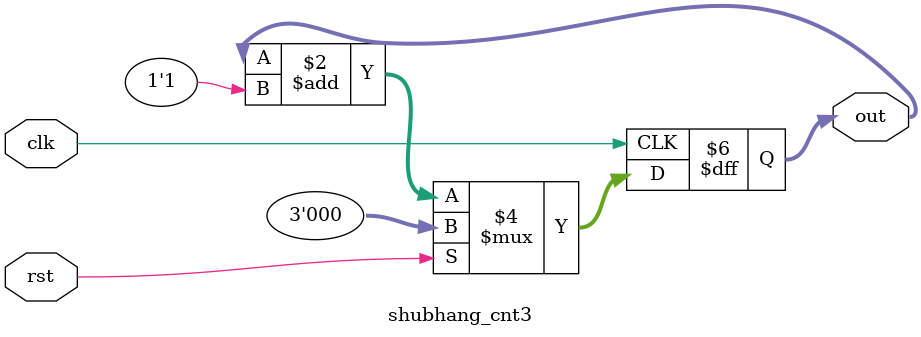
<source format=v>
module shubhang_cnt3(clk,rst,out);
input clk,rst;
output reg [2:0]out;

always @(posedge clk)
begin 
if (rst)
begin 
out<=3'b0;
end
else 
begin
out<=out+1'b1;
end
end
endmodule
</source>
